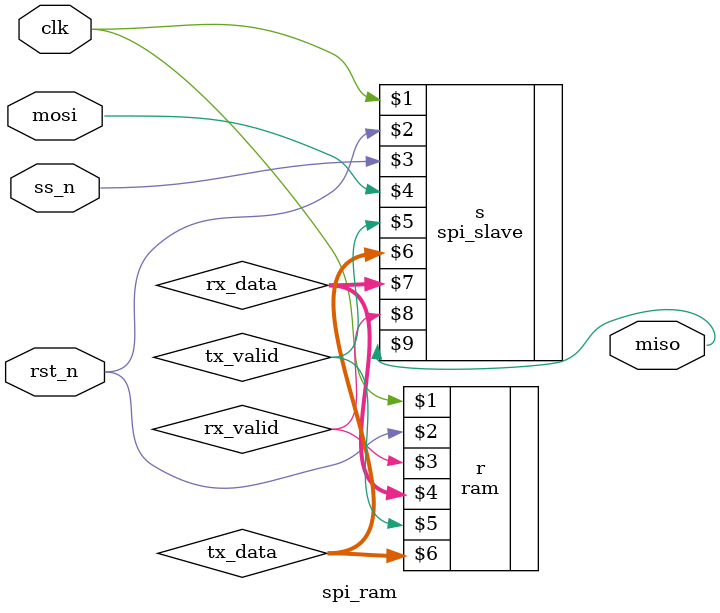
<source format=v>
module spi_ram(clk,rst_n,ss_n,mosi,miso);
input clk,rst_n,ss_n,mosi;
output miso;
wire tx_valid,rx_valid;
wire [7:0] tx_data;
wire [9:0]rx_data;
ram r(clk,rst_n,rx_valid,rx_data,tx_valid,tx_data);
spi_slave s(clk,rst_n,ss_n,mosi,tx_valid,tx_data,rx_data,rx_valid,miso);
endmodule
</source>
